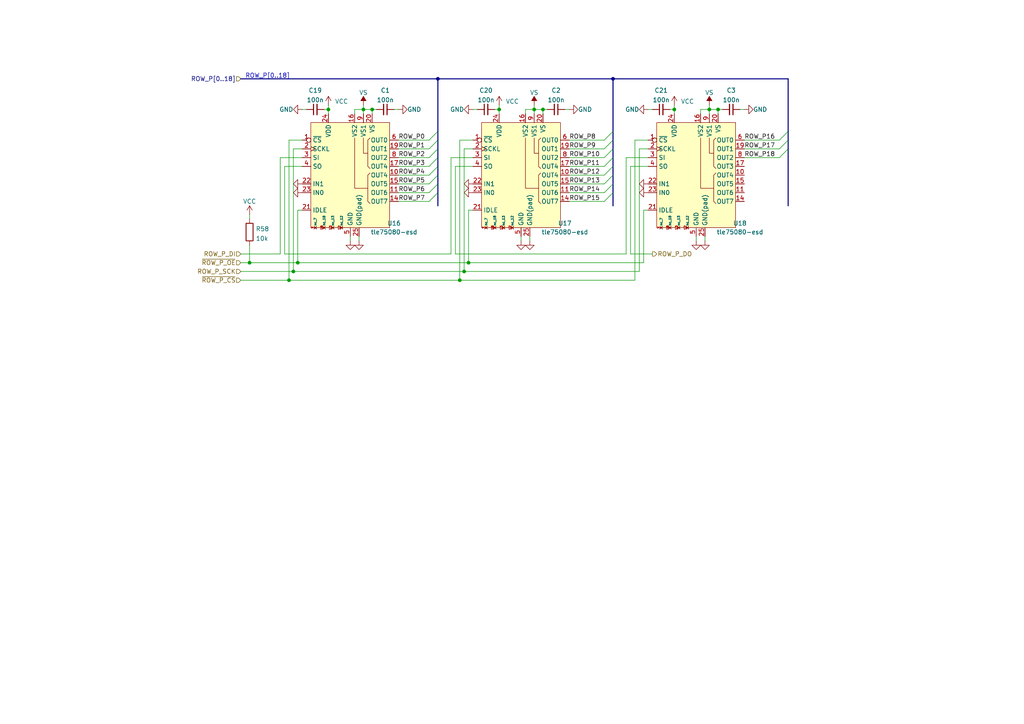
<source format=kicad_sch>
(kicad_sch (version 20210621) (generator eeschema)
  (paper "A4")
  (lib_symbols
    (symbol "Device:C_Small" (pin_numbers hide) (pin_names (offset 0.254) hide)
      (property "Reference" "C" (at 0.254 1.778 0))
      (property "Value" "C_Small" (at 0.254 -2.032 0))
      (symbol "C_Small_0_1"
        (polyline (pts (xy -1.524 -0.508) (xy 1.524 -0.508)) (stroke (width 0.3302)))
        (polyline (pts (xy -1.524 0.508) (xy 1.524 0.508)) (stroke (width 0.3048)))
      )
      (symbol "C_Small_1_1"
        (pin passive line (at 0 2.54 270) (length 2.032) (name "~") (number "1"))
        (pin passive line (at 0 -2.54 90) (length 2.032) (name "~") (number "2"))
      )
    )
    (symbol "Device:R" (pin_numbers hide) (pin_names (offset 0))
      (property "Reference" "R" (at 2.032 0 90))
      (property "Value" "R" (at 0 0 90))
      (symbol "R_0_1"
        (rectangle (start -1.016 -2.54) (end 1.016 2.54) (stroke (width 0.254)))
      )
      (symbol "R_1_1"
        (pin passive line (at 0 3.81 270) (length 1.27) (name "~") (number "1"))
        (pin passive line (at 0 -3.81 90) (length 1.27) (name "~") (number "2"))
      )
    )
    (symbol "power:GND" (power) (pin_names (offset 0))
      (property "Value" "GND" (at 0 -3.81 0))
      (symbol "GND_0_1"
        (polyline (pts (xy 0 0) (xy 0 -1.27) (xy 1.27 -1.27) (xy 0 -2.54) (xy -1.27 -1.27) (xy 0 -1.27)))
      )
      (symbol "GND_1_1"
        (pin power_in line (at 0 0 270) (length 0) hide (name "GND") (number "1"))
      )
    )
    (symbol "power:VCC" (power) (pin_names (offset 0))
      (property "Value" "VCC" (at 0 3.81 0))
      (symbol "VCC_0_1"
        (polyline (pts (xy -0.762 1.27) (xy 0 2.54)))
        (polyline (pts (xy 0 0) (xy 0 2.54)))
        (polyline (pts (xy 0 2.54) (xy 0.762 1.27)))
      )
      (symbol "VCC_1_1"
        (pin power_in line (at 0 0 90) (length 0) hide (name "VCC") (number "1"))
      )
    )
    (symbol "power:VS" (power) (pin_names (offset 0))
      (property "Value" "VS" (at 0 3.81 0))
      (symbol "VS_0_1"
        (polyline (pts (xy 0 0) (xy 0 2.54)))
        (polyline (pts (xy 0.762 1.27) (xy -0.762 1.27) (xy 0 2.54) (xy 0.762 1.27)) (fill (type outline)))
      )
      (symbol "VS_1_1"
        (pin power_in line (at 0 0 90) (length 0) hide (name "VS") (number "1"))
      )
    )
    (symbol "tle75080-esd_1"
      (property "Reference" "U" (at 5.08 -17.78 0))
      (property "Value" "tle75080-esd_1" (at 15.24 -17.78 0))
      (symbol "tle75080-esd_1_0_1"
        (rectangle (start -11.43 15.24) (end 11.43 -15.24) (stroke (width 0.1524)) (fill (type background)))
        (polyline (pts (xy 1.27 10.795) (xy 1.27 -3.81) (xy 5.08 -3.81)) (stroke (width 0.1524)))
        (polyline (pts (xy 3.81 10.795) (xy 3.81 6.35) (xy 5.08 6.35)) (stroke (width 0.1524)))
        (polyline (pts (xy 5.715 0.635) (xy 5.08 0) (xy 5.08 -7.62) (xy 5.715 -8.255)) (stroke (width 0.1524)))
        (polyline (pts (xy 5.715 10.795) (xy 5.08 10.16) (xy 5.08 2.54) (xy 5.715 1.905)) (stroke (width 0.1524)))
      )
      (symbol "tle75080-esd_1_1_1"
        (pin input inverted (at -13.97 10.16 0) (length 2.54) (name "~{CS}") (number "1"))
        (pin output line (at 13.97 0 180) (length 2.54) (name "OUT4") (number "10"))
        (pin output line (at 13.97 -5.08 180) (length 2.54) (name "OUT6") (number "11"))
        (pin no_connect line (at -2.54 -15.24 90) (length 0) (name "nc_12") (number "12"))
        (pin no_connect line (at -5.08 -15.24 90) (length 0) (name "nc_13") (number "13"))
        (pin output line (at 13.97 -7.62 180) (length 2.54) (name "OUT7") (number "14"))
        (pin output line (at 13.97 -2.54 180) (length 2.54) (name "OUT5") (number "15"))
        (pin power_in line (at 1.27 17.78 270) (length 2.54) (name "VS2") (number "16"))
        (pin output line (at 13.97 2.54 180) (length 2.54) (name "OUT3") (number "17"))
        (pin no_connect line (at -7.62 -15.24 90) (length 0) (name "nc_18") (number "18"))
        (pin output line (at 13.97 7.62 180) (length 2.54) (name "OUT1") (number "19"))
        (pin input clock (at -13.97 7.62 0) (length 2.54) (name "SCKL") (number "2"))
        (pin power_in line (at 6.35 17.78 270) (length 2.54) (name "VS") (number "20"))
        (pin input line (at -13.97 -10.16 0) (length 2.54) (name "IDLE") (number "21"))
        (pin input line (at -13.97 -2.54 0) (length 2.54) (name "IN1") (number "22"))
        (pin input line (at -13.97 -5.08 0) (length 2.54) (name "IN0") (number "23"))
        (pin power_in line (at -6.35 17.78 270) (length 2.54) (name "VDD") (number "24"))
        (pin power_in line (at 2.54 -17.78 90) (length 2.54) (name "GND(pad)") (number "25"))
        (pin input line (at -13.97 5.08 0) (length 2.54) (name "SI") (number "3"))
        (pin tri_state line (at -13.97 2.54 0) (length 2.54) (name "SO") (number "4"))
        (pin power_in line (at 0 -17.78 90) (length 2.54) (name "GND") (number "5"))
        (pin output line (at 13.97 10.16 180) (length 2.54) (name "OUT0") (number "6"))
        (pin no_connect line (at -10.16 -15.24 90) (length 0) (name "nc_7") (number "7"))
        (pin output line (at 13.97 5.08 180) (length 2.54) (name "OUT2") (number "8"))
        (pin power_in line (at 3.81 17.78 270) (length 2.54) (name "VS1") (number "9"))
      )
    )
    (symbol "vogelchr_ic:tle75080-esd"
      (property "Reference" "U" (at 5.08 -17.78 0))
      (property "Value" "tle75080-esd" (at 15.24 -17.78 0))
      (symbol "tle75080-esd_0_1"
        (rectangle (start -11.43 15.24) (end 11.43 -15.24) (stroke (width 0.1524)) (fill (type background)))
        (polyline (pts (xy 1.27 10.795) (xy 1.27 -3.81) (xy 5.08 -3.81)) (stroke (width 0.1524)))
        (polyline (pts (xy 3.81 10.795) (xy 3.81 6.35) (xy 5.08 6.35)) (stroke (width 0.1524)))
        (polyline (pts (xy 5.715 0.635) (xy 5.08 0) (xy 5.08 -7.62) (xy 5.715 -8.255)) (stroke (width 0.1524)))
        (polyline (pts (xy 5.715 10.795) (xy 5.08 10.16) (xy 5.08 2.54) (xy 5.715 1.905)) (stroke (width 0.1524)))
      )
      (symbol "tle75080-esd_1_1"
        (pin input inverted (at -13.97 10.16 0) (length 2.54) (name "~{CS}") (number "1"))
        (pin output line (at 13.97 0 180) (length 2.54) (name "OUT4") (number "10"))
        (pin output line (at 13.97 -5.08 180) (length 2.54) (name "OUT6") (number "11"))
        (pin no_connect line (at -2.54 -15.24 90) (length 0) (name "nc_12") (number "12"))
        (pin no_connect line (at -5.08 -15.24 90) (length 0) (name "nc_13") (number "13"))
        (pin output line (at 13.97 -7.62 180) (length 2.54) (name "OUT7") (number "14"))
        (pin output line (at 13.97 -2.54 180) (length 2.54) (name "OUT5") (number "15"))
        (pin power_in line (at 1.27 17.78 270) (length 2.54) (name "VS2") (number "16"))
        (pin output line (at 13.97 2.54 180) (length 2.54) (name "OUT4") (number "17"))
        (pin no_connect line (at -7.62 -15.24 90) (length 0) (name "nc_18") (number "18"))
        (pin output line (at 13.97 7.62 180) (length 2.54) (name "OUT1") (number "19"))
        (pin input clock (at -13.97 7.62 0) (length 2.54) (name "SCKL") (number "2"))
        (pin power_in line (at 6.35 17.78 270) (length 2.54) (name "VS") (number "20"))
        (pin input line (at -13.97 -10.16 0) (length 2.54) (name "IDLE") (number "21"))
        (pin input line (at -13.97 -2.54 0) (length 2.54) (name "IN1") (number "22"))
        (pin input line (at -13.97 -5.08 0) (length 2.54) (name "IN0") (number "23"))
        (pin power_in line (at -6.35 17.78 270) (length 2.54) (name "VDD") (number "24"))
        (pin power_in line (at 2.54 -17.78 90) (length 2.54) (name "GND(pad)") (number "25"))
        (pin input line (at -13.97 5.08 0) (length 2.54) (name "SI") (number "3"))
        (pin tri_state line (at -13.97 2.54 0) (length 2.54) (name "SO") (number "4"))
        (pin power_in line (at 0 -17.78 90) (length 2.54) (name "GND") (number "5"))
        (pin output line (at 13.97 10.16 180) (length 2.54) (name "OUT0") (number "6"))
        (pin no_connect line (at -10.16 -15.24 90) (length 0) (name "nc_7") (number "7"))
        (pin output line (at 13.97 5.08 180) (length 2.54) (name "OUT2") (number "8"))
        (pin power_in line (at 3.81 17.78 270) (length 2.54) (name "VS1") (number "9"))
      )
    )
  )
  (junction (at 72.39 76.2))
  (junction (at 195.58 31.75))
  (junction (at 135.89 76.2))
  (junction (at 107.95 31.75))
  (junction (at 85.09 78.74))
  (junction (at 95.25 31.75))
  (junction (at 105.41 31.75))
  (junction (at 127 22.86))
  (junction (at 144.78 31.75))
  (junction (at 177.8 22.86))
  (junction (at 208.28 31.75))
  (junction (at 154.94 31.75))
  (junction (at 86.36 76.2))
  (junction (at 133.35 81.28))
  (junction (at 134.62 78.74))
  (junction (at 83.82 81.28))
  (junction (at 157.48 31.75))
  (junction (at 205.74 31.75))
  (bus_entry (at 127 40.64) (size -2.54 2.54))
  (bus_entry (at 127 53.34) (size -2.54 2.54))
  (bus_entry (at 127 45.72) (size -2.54 2.54))
  (bus_entry (at 228.6 38.1) (size -2.54 2.54))
  (bus_entry (at 177.8 43.18) (size -2.54 2.54))
  (bus_entry (at 127 50.8) (size -2.54 2.54))
  (bus_entry (at 127 55.88) (size -2.54 2.54))
  (bus_entry (at 177.8 38.1) (size -2.54 2.54))
  (bus_entry (at 177.8 48.26) (size -2.54 2.54))
  (bus_entry (at 177.8 55.88) (size -2.54 2.54))
  (bus_entry (at 228.6 40.64) (size -2.54 2.54))
  (bus_entry (at 228.6 43.18) (size -2.54 2.54))
  (bus_entry (at 127 48.26) (size -2.54 2.54))
  (bus_entry (at 127 43.18) (size -2.54 2.54))
  (bus_entry (at 177.8 53.34) (size -2.54 2.54))
  (bus_entry (at 177.8 50.8) (size -2.54 2.54))
  (bus_entry (at 127 38.1) (size -2.54 2.54))
  (bus_entry (at 177.8 40.64) (size -2.54 2.54))
  (bus_entry (at 177.8 45.72) (size -2.54 2.54))
  (wire (pts (xy 182.88 73.66) (xy 189.23 73.66)))
  (wire (pts (xy 187.96 48.26) (xy 182.88 48.26)))
  (wire (pts (xy 182.88 48.26) (xy 182.88 73.66)))
  (wire (pts (xy 195.58 30.48) (xy 195.58 31.75)))
  (wire (pts (xy 185.42 43.18) (xy 187.96 43.18)))
  (wire (pts (xy 132.08 48.26) (xy 132.08 73.66)))
  (wire (pts (xy 137.16 48.26) (xy 132.08 48.26)))
  (wire (pts (xy 132.08 73.66) (xy 181.61 73.66)))
  (wire (pts (xy 181.61 73.66) (xy 181.61 45.72)))
  (wire (pts (xy 83.82 40.64) (xy 83.82 81.28)))
  (wire (pts (xy 115.57 48.26) (xy 124.46 48.26)))
  (wire (pts (xy 72.39 76.2) (xy 86.36 76.2)))
  (wire (pts (xy 69.85 76.2) (xy 72.39 76.2)))
  (wire (pts (xy 86.36 60.96) (xy 86.36 76.2)))
  (wire (pts (xy 87.63 60.96) (xy 86.36 60.96)))
  (wire (pts (xy 154.94 31.75) (xy 157.48 31.75)))
  (wire (pts (xy 130.81 45.72) (xy 137.16 45.72)))
  (wire (pts (xy 115.57 50.8) (xy 124.46 50.8)))
  (wire (pts (xy 102.87 33.02) (xy 102.87 31.75)))
  (wire (pts (xy 105.41 30.48) (xy 105.41 31.75)))
  (wire (pts (xy 102.87 31.75) (xy 105.41 31.75)))
  (wire (pts (xy 181.61 45.72) (xy 187.96 45.72)))
  (wire (pts (xy 154.94 30.48) (xy 154.94 31.75)))
  (wire (pts (xy 187.96 60.96) (xy 186.69 60.96)))
  (wire (pts (xy 115.57 53.34) (xy 124.46 53.34)))
  (wire (pts (xy 85.09 43.18) (xy 87.63 43.18)))
  (wire (pts (xy 72.39 62.23) (xy 72.39 63.5)))
  (wire (pts (xy 130.81 73.66) (xy 130.81 45.72)))
  (wire (pts (xy 82.55 73.66) (xy 130.81 73.66)))
  (wire (pts (xy 87.63 48.26) (xy 82.55 48.26)))
  (wire (pts (xy 82.55 48.26) (xy 82.55 73.66)))
  (wire (pts (xy 153.67 68.58) (xy 153.67 69.85)))
  (wire (pts (xy 165.1 40.64) (xy 175.26 40.64)))
  (wire (pts (xy 194.31 31.75) (xy 195.58 31.75)))
  (wire (pts (xy 143.51 31.75) (xy 144.78 31.75)))
  (wire (pts (xy 133.35 81.28) (xy 184.15 81.28)))
  (wire (pts (xy 137.16 31.75) (xy 138.43 31.75)))
  (wire (pts (xy 154.94 31.75) (xy 154.94 33.02)))
  (wire (pts (xy 152.4 31.75) (xy 154.94 31.75)))
  (wire (pts (xy 205.74 31.75) (xy 208.28 31.75)))
  (wire (pts (xy 107.95 31.75) (xy 109.22 31.75)))
  (wire (pts (xy 137.16 60.96) (xy 135.89 60.96)))
  (wire (pts (xy 157.48 31.75) (xy 157.48 33.02)))
  (wire (pts (xy 69.85 78.74) (xy 85.09 78.74)))
  (wire (pts (xy 85.09 43.18) (xy 85.09 78.74)))
  (wire (pts (xy 151.13 68.58) (xy 151.13 69.85)))
  (wire (pts (xy 83.82 81.28) (xy 133.35 81.28)))
  (wire (pts (xy 95.25 30.48) (xy 95.25 31.75)))
  (wire (pts (xy 135.89 76.2) (xy 186.69 76.2)))
  (wire (pts (xy 81.28 45.72) (xy 87.63 45.72)))
  (wire (pts (xy 87.63 31.75) (xy 88.9 31.75)))
  (wire (pts (xy 187.96 31.75) (xy 189.23 31.75)))
  (wire (pts (xy 165.1 55.88) (xy 175.26 55.88)))
  (wire (pts (xy 133.35 40.64) (xy 133.35 81.28)))
  (wire (pts (xy 215.9 45.72) (xy 226.06 45.72)))
  (bus (pts (xy 127 48.26) (xy 127 50.8)))
  (bus (pts (xy 127 55.88) (xy 127 59.69)))
  (bus (pts (xy 127 53.34) (xy 127 55.88)))
  (bus (pts (xy 127 50.8) (xy 127 53.34)))
  (bus (pts (xy 127 45.72) (xy 127 48.26)))
  (bus (pts (xy 127 38.1) (xy 127 40.64)))
  (bus (pts (xy 127 40.64) (xy 127 43.18)))
  (bus (pts (xy 127 43.18) (xy 127 45.72)))
  (bus (pts (xy 127 22.86) (xy 127 38.1)))
  (wire (pts (xy 101.6 69.85) (xy 101.6 68.58)))
  (bus (pts (xy 228.6 43.18) (xy 228.6 59.69)))
  (bus (pts (xy 228.6 22.86) (xy 228.6 38.1)))
  (bus (pts (xy 228.6 38.1) (xy 228.6 40.64)))
  (bus (pts (xy 228.6 40.64) (xy 228.6 43.18)))
  (bus (pts (xy 177.8 22.86) (xy 228.6 22.86)))
  (wire (pts (xy 215.9 40.64) (xy 226.06 40.64)))
  (bus (pts (xy 177.8 38.1) (xy 177.8 40.64)))
  (bus (pts (xy 177.8 40.64) (xy 177.8 43.18)))
  (bus (pts (xy 177.8 43.18) (xy 177.8 45.72)))
  (bus (pts (xy 177.8 45.72) (xy 177.8 48.26)))
  (bus (pts (xy 177.8 55.88) (xy 177.8 59.69)))
  (bus (pts (xy 177.8 48.26) (xy 177.8 50.8)))
  (bus (pts (xy 177.8 50.8) (xy 177.8 53.34)))
  (bus (pts (xy 177.8 53.34) (xy 177.8 55.88)))
  (bus (pts (xy 127 22.86) (xy 177.8 22.86)))
  (bus (pts (xy 177.8 22.86) (xy 177.8 38.1)))
  (wire (pts (xy 144.78 31.75) (xy 144.78 33.02)))
  (wire (pts (xy 165.1 58.42) (xy 175.26 58.42)))
  (wire (pts (xy 104.14 69.85) (xy 104.14 68.58)))
  (wire (pts (xy 115.57 55.88) (xy 124.46 55.88)))
  (wire (pts (xy 105.41 31.75) (xy 107.95 31.75)))
  (wire (pts (xy 107.95 31.75) (xy 107.95 33.02)))
  (wire (pts (xy 137.16 40.64) (xy 133.35 40.64)))
  (wire (pts (xy 163.83 31.75) (xy 165.1 31.75)))
  (wire (pts (xy 205.74 30.48) (xy 205.74 31.75)))
  (wire (pts (xy 208.28 31.75) (xy 209.55 31.75)))
  (wire (pts (xy 184.15 40.64) (xy 184.15 81.28)))
  (wire (pts (xy 69.85 73.66) (xy 81.28 73.66)))
  (wire (pts (xy 81.28 73.66) (xy 81.28 45.72)))
  (wire (pts (xy 208.28 31.75) (xy 208.28 33.02)))
  (wire (pts (xy 214.63 31.75) (xy 215.9 31.75)))
  (wire (pts (xy 114.3 31.75) (xy 115.57 31.75)))
  (wire (pts (xy 85.09 78.74) (xy 134.62 78.74)))
  (wire (pts (xy 203.2 31.75) (xy 205.74 31.75)))
  (wire (pts (xy 204.47 68.58) (xy 204.47 69.85)))
  (wire (pts (xy 186.69 60.96) (xy 186.69 76.2)))
  (wire (pts (xy 86.36 76.2) (xy 135.89 76.2)))
  (wire (pts (xy 152.4 33.02) (xy 152.4 31.75)))
  (wire (pts (xy 205.74 31.75) (xy 205.74 33.02)))
  (wire (pts (xy 105.41 31.75) (xy 105.41 33.02)))
  (wire (pts (xy 115.57 43.18) (xy 124.46 43.18)))
  (wire (pts (xy 95.25 31.75) (xy 95.25 33.02)))
  (wire (pts (xy 144.78 30.48) (xy 144.78 31.75)))
  (wire (pts (xy 115.57 58.42) (xy 124.46 58.42)))
  (wire (pts (xy 165.1 50.8) (xy 175.26 50.8)))
  (wire (pts (xy 157.48 31.75) (xy 158.75 31.75)))
  (wire (pts (xy 134.62 43.18) (xy 137.16 43.18)))
  (wire (pts (xy 134.62 43.18) (xy 134.62 78.74)))
  (wire (pts (xy 165.1 43.18) (xy 175.26 43.18)))
  (wire (pts (xy 165.1 48.26) (xy 175.26 48.26)))
  (wire (pts (xy 201.93 68.58) (xy 201.93 69.85)))
  (bus (pts (xy 69.85 22.86) (xy 127 22.86)))
  (wire (pts (xy 165.1 45.72) (xy 175.26 45.72)))
  (wire (pts (xy 115.57 40.64) (xy 124.46 40.64)))
  (wire (pts (xy 135.89 60.96) (xy 135.89 76.2)))
  (wire (pts (xy 134.62 78.74) (xy 185.42 78.74)))
  (wire (pts (xy 83.82 81.28) (xy 69.85 81.28)))
  (wire (pts (xy 87.63 40.64) (xy 83.82 40.64)))
  (wire (pts (xy 195.58 31.75) (xy 195.58 33.02)))
  (wire (pts (xy 215.9 43.18) (xy 226.06 43.18)))
  (wire (pts (xy 93.98 31.75) (xy 95.25 31.75)))
  (wire (pts (xy 165.1 53.34) (xy 175.26 53.34)))
  (wire (pts (xy 185.42 43.18) (xy 185.42 78.74)))
  (wire (pts (xy 187.96 40.64) (xy 184.15 40.64)))
  (wire (pts (xy 72.39 71.12) (xy 72.39 76.2)))
  (wire (pts (xy 115.57 45.72) (xy 124.46 45.72)))
  (wire (pts (xy 203.2 33.02) (xy 203.2 31.75)))
  (text "ROW_P[0..18]" (at 71.12 22.86 0) (effects (font (size 1.27 1.27)) (justify left bottom)))
  (label "ROW_P4" (at 115.57 50.8 0))
  (label "ROW_P14" (at 165.1 55.88 0))
  (label "ROW_P13" (at 165.1 53.34 0))
  (label "ROW_P12" (at 165.1 50.8 0))
  (label "ROW_P15" (at 165.1 58.42 0))
  (label "ROW_P16" (at 215.9 40.64 0))
  (label "ROW_P7" (at 115.57 58.42 0))
  (label "ROW_P17" (at 215.9 43.18 0))
  (label "ROW_P2" (at 115.57 45.72 0))
  (label "ROW_P3" (at 115.57 48.26 0))
  (label "ROW_P18" (at 215.9 45.72 0))
  (label "ROW_P10" (at 165.1 45.72 0))
  (label "ROW_P9" (at 165.1 43.18 0))
  (label "ROW_P0" (at 115.57 40.64 0))
  (label "ROW_P1" (at 115.57 43.18 0))
  (label "ROW_P11" (at 165.1 48.26 0))
  (label "ROW_P6" (at 115.57 55.88 0))
  (label "ROW_P5" (at 115.57 53.34 0))
  (label "ROW_P8" (at 165.1 40.64 0))
  (hierarchical_label "~{ROW_P_OE}" (shape input) (at 69.85 76.2 180))
  (hierarchical_label "~{ROW_P_CS}" (shape input) (at 69.85 81.28 180))
  (hierarchical_label "ROW_P_DI" (shape input) (at 69.85 73.66 180))
  (hierarchical_label "ROW_P_SCK" (shape input) (at 69.85 78.74 180))
  (hierarchical_label "ROW_P[0..18]" (shape input) (at 69.85 22.86 180))
  (hierarchical_label "ROW_P_DO" (shape output) (at 189.23 73.66 0))
  (symbol (lib_id "power:GND") (at 87.63 55.88 270) (unit 1)
    (property "Reference" "#PWR0116" (effects hide))
    (property "Value" "GND" (effects hide))
  )
  (symbol (lib_id "power:GND") (at 201.93 69.85 0) (unit 1)
    (property "Reference" "#PWR0103" (effects hide))
    (property "Value" "GND" (effects hide))
  )
  (symbol (lib_id "power:GND") (at 137.16 55.88 270) (unit 1)
    (property "Reference" "#PWR0118" (effects hide))
    (property "Value" "GND" (effects hide))
  )
  (symbol (lib_id "power:GND") (at 215.9 31.75 90) (unit 1)
    (property "Reference" "#PWR0112" (effects hide))
    (property "Value" "GND" (at 218.44 31.75 90) (effects (justify right)))
  )
  (symbol (lib_id "power:GND") (at 187.96 31.75 270) (unit 1)
    (property "Reference" "#PWR046" (effects hide))
    (property "Value" "GND" (at 185.42 31.75 90) (effects (justify right)))
  )
  (symbol (lib_id "power:VCC") (at 144.78 30.48 0) (unit 1)
    (property "Reference" "#PWR045" (effects hide))
    (property "Value" "VCC" (at 148.59 29.4154 0))
  )
  (symbol (lib_id "power:VCC") (at 195.58 30.48 0) (unit 1)
    (property "Reference" "#PWR047" (effects hide))
    (property "Value" "VCC" (at 199.39 29.4154 0))
  )
  (symbol (lib_id "power:VCC") (at 95.25 30.48 0) (unit 1)
    (property "Reference" "#PWR010" (effects hide))
    (property "Value" "VCC" (at 99.06 29.4154 0))
  )
  (symbol (lib_id "Device:C_Small") (at 140.97 31.75 90) (unit 1)
    (property "Reference" "C20" (at 140.97 26.2213 90))
    (property "Value" "100n" (at 140.97 28.9964 90))
    (property "Footprint" "Capacitor_SMD:C_0603_1608Metric" (effects hide))
  )
  (symbol (lib_id "power:VCC") (at 72.39 62.23 0) (unit 1)
    (property "Reference" "#PWR019" (effects hide))
    (property "Value" "VCC" (at 72.39 58.42 0))
  )
  (symbol (lib_id "Device:C_Small") (at 191.77 31.75 90) (unit 1)
    (property "Reference" "C21" (at 191.77 26.2213 90))
    (property "Value" "100n" (at 191.77 28.9964 90))
    (property "Footprint" "Capacitor_SMD:C_0603_1608Metric" (effects hide))
  )
  (symbol (lib_id "Device:C_Small") (at 212.09 31.75 270) (unit 1)
    (property "Reference" "C3" (at 212.09 26.2214 90))
    (property "Value" "100n" (at 212.09 28.9965 90))
    (property "Footprint" "Capacitor_SMD:C_0603_1608Metric" (effects hide))
  )
  (symbol (lib_id "power:GND") (at 137.16 53.34 270) (unit 1)
    (property "Reference" "#PWR0117" (effects hide))
    (property "Value" "GND" (effects hide))
  )
  (symbol (lib_id "Device:C_Small") (at 111.76 31.75 270) (unit 1)
    (property "Reference" "C1" (at 111.76 26.2214 90))
    (property "Value" "100n" (at 111.76 28.9965 90))
    (property "Footprint" "Capacitor_SMD:C_0603_1608Metric" (effects hide))
  )
  (symbol (lib_id "power:GND") (at 87.63 53.34 270) (unit 1)
    (property "Reference" "#PWR0115" (effects hide))
    (property "Value" "GND" (effects hide))
  )
  (symbol (lib_id "power:VS") (at 105.41 30.48 0) (unit 1)
    (property "Reference" "#PWR0107" (effects hide))
    (property "Value" "VS" (at 105.41 26.8755 0))
  )
  (symbol (lib_id "power:GND") (at 153.67 69.85 0) (unit 1)
    (property "Reference" "#PWR0106" (effects hide))
    (property "Value" "GND" (effects hide))
  )
  (symbol (lib_name "tle75080-esd_1") (lib_id "vogelchr_ic:tle75080-esd") (at 201.93 50.8 0) (unit 1)
    (property "Reference" "U18" (at 214.63 64.77 0))
    (property "Value" "tle75080-esd" (at 214.63 67.31 0))
    (property "Footprint" "vogelchr_package_so:Infineon-PG-TSDSO-24-51" (effects hide))
    (property "Datasheet" "https://www.infineon.com/dgdl/Infineon-TLE75080-ESD-DataSheet-v01_10-EN.pdf?fileId=5546d4626102d35a01610988b9e978ee" (effects hide))
  )
  (symbol (lib_id "power:GND") (at 137.16 31.75 270) (unit 1)
    (property "Reference" "#PWR044" (effects hide))
    (property "Value" "GND" (at 134.62 31.75 90) (effects (justify right)))
  )
  (symbol (lib_id "Device:R") (at 72.39 67.31 0) (unit 1)
    (property "Reference" "R58" (at 74.1681 66.4015 0) (effects (justify left)))
    (property "Value" "10k" (at 74.1681 69.1766 0) (effects (justify left)))
    (property "Footprint" "Resistor_SMD:R_0603_1608Metric" (effects hide))
  )
  (symbol (lib_id "Device:C_Small") (at 161.29 31.75 270) (unit 1)
    (property "Reference" "C2" (at 161.29 26.2214 90))
    (property "Value" "100n" (at 161.29 28.9965 90))
    (property "Footprint" "Capacitor_SMD:C_0603_1608Metric" (effects hide))
  )
  (symbol (lib_id "power:GND") (at 115.57 31.75 90) (unit 1)
    (property "Reference" "#PWR0110" (effects hide))
    (property "Value" "GND" (at 118.11 31.75 90) (effects (justify right)))
  )
  (symbol (lib_id "power:GND") (at 151.13 69.85 0) (unit 1)
    (property "Reference" "#PWR0105" (effects hide))
    (property "Value" "GND" (effects hide))
  )
  (symbol (lib_id "power:GND") (at 204.47 69.85 0) (unit 1)
    (property "Reference" "#PWR0104" (effects hide))
    (property "Value" "GND" (effects hide))
  )
  (symbol (lib_id "power:GND") (at 87.63 31.75 270) (unit 1)
    (property "Reference" "#PWR09" (effects hide))
    (property "Value" "GND" (at 85.09 31.75 90) (effects (justify right)))
  )
  (symbol (lib_id "power:GND") (at 187.96 53.34 270) (unit 1)
    (property "Reference" "#PWR0113" (effects hide))
    (property "Value" "GND" (effects hide))
  )
  (symbol (lib_id "power:GND") (at 104.14 69.85 0) (unit 1)
    (property "Reference" "#PWR0101" (effects hide))
    (property "Value" "GND" (effects hide))
  )
  (symbol (lib_id "Device:C_Small") (at 91.44 31.75 90) (unit 1)
    (property "Reference" "C19" (at 91.44 26.2213 90))
    (property "Value" "100n" (at 91.44 28.9964 90))
    (property "Footprint" "Capacitor_SMD:C_0603_1608Metric" (effects hide))
  )
  (symbol (lib_id "power:GND") (at 187.96 55.88 270) (unit 1)
    (property "Reference" "#PWR0114" (effects hide))
    (property "Value" "GND" (effects hide))
  )
  (symbol (lib_id "power:GND") (at 101.6 69.85 0) (unit 1)
    (property "Reference" "#PWR0102" (effects hide))
    (property "Value" "GND" (effects hide))
  )
  (symbol (lib_id "power:GND") (at 165.1 31.75 90) (unit 1)
    (property "Reference" "#PWR0111" (effects hide))
    (property "Value" "GND" (at 167.64 31.75 90) (effects (justify right)))
  )
  (symbol (lib_id "vogelchr_ic:tle75080-esd") (at 101.6 50.8 0) (unit 1)
    (property "Reference" "U16" (at 114.3 64.77 0))
    (property "Value" "tle75080-esd" (at 114.3 67.31 0))
    (property "Footprint" "vogelchr_package_so:Infineon-PG-TSDSO-24-51" (effects hide))
    (property "Datasheet" "https://www.infineon.com/dgdl/Infineon-TLE75080-ESD-DataSheet-v01_10-EN.pdf?fileId=5546d4626102d35a01610988b9e978ee" (effects hide))
  )
  (symbol (lib_id "vogelchr_ic:tle75080-esd") (at 151.13 50.8 0) (unit 1)
    (property "Reference" "U17" (at 163.83 64.77 0))
    (property "Value" "tle75080-esd" (at 163.83 67.31 0))
    (property "Footprint" "vogelchr_package_so:Infineon-PG-TSDSO-24-51" (effects hide))
    (property "Datasheet" "https://www.infineon.com/dgdl/Infineon-TLE75080-ESD-DataSheet-v01_10-EN.pdf?fileId=5546d4626102d35a01610988b9e978ee" (effects hide))
  )
  (symbol (lib_id "power:VS") (at 154.94 30.48 0) (unit 1)
    (property "Reference" "#PWR0108" (effects hide))
    (property "Value" "VS" (at 154.94 26.8755 0))
  )
  (symbol (lib_id "power:VS") (at 205.74 30.48 0) (unit 1)
    (property "Reference" "#PWR0109" (effects hide))
    (property "Value" "VS" (at 205.74 26.8755 0))
  )
)
</source>
